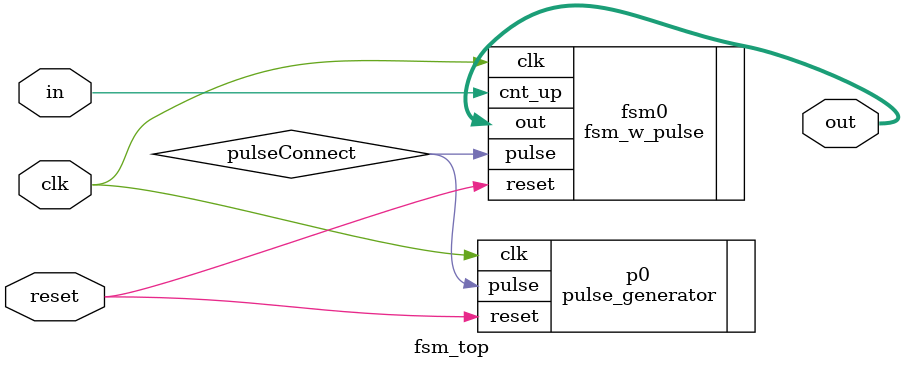
<source format=v>
module fsm_top(clk,reset, out, in);

    output [15:0] out;
    input in;
    input clk,reset;

    wire pulseConnect;
    
    pulse_generator p0(.clk(clk), .reset(reset), .pulse(pulseConnect));
    fsm_w_pulse fsm0(.clk(clk), .reset(reset), .cnt_up(in), .out(out), .pulse(pulseConnect));
    
    // Draw this
endmodule

</source>
